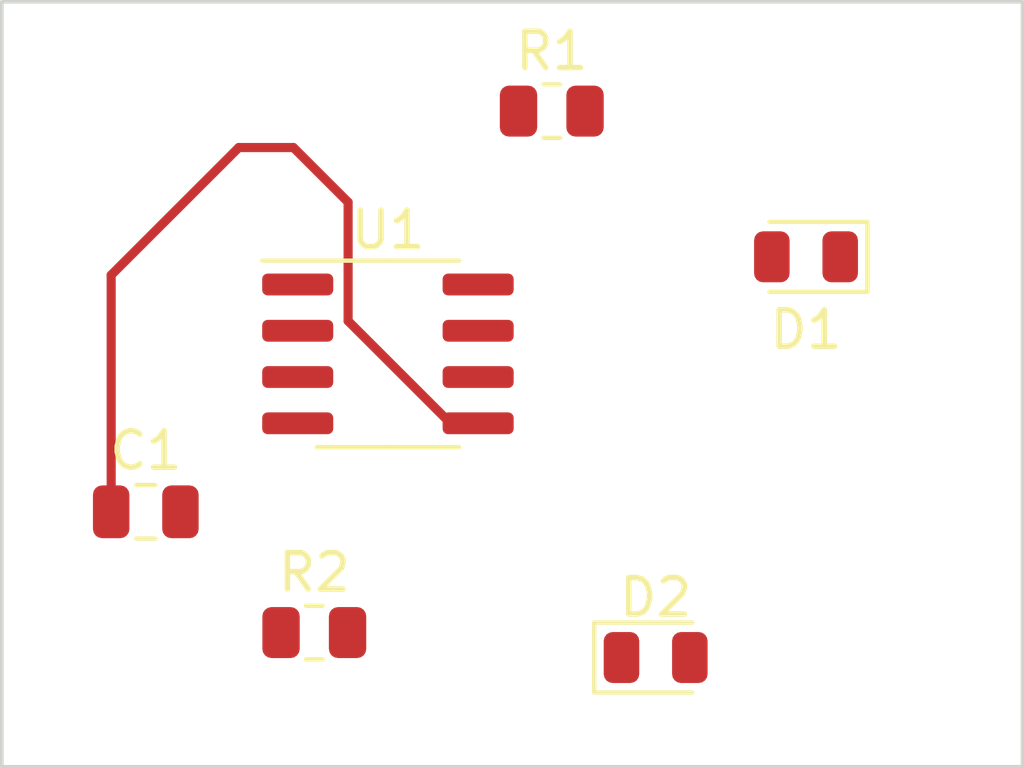
<source format=kicad_pcb>
(kicad_pcb (version 20240108) (generator "pcbnew") (generator_version "8.0")
  (layers (0 "F.Cu" signal) (31 "B.Cu" signal) (34 "B.Paste" user) (35 "F.Paste" user) (36 "B.SilkS" user "B.Silkscreen") (37 "F.SilkS" user "F.Silkscreen") (38 "B.Mask" user) (39 "F.Mask" user) (44 "Edge.Cuts" user))
  (net 0 "")
  (net 1 "Net-(U1-CV)")
  (net 2 "GND")
  (net 3 "Net-(D1-K)")
  (net 4 "Net-(D1-A)")
  (net 5 "Net-(D2-K)")
  (net 6 "VCC")
  (net 8 "Net-(U1-DIS)")
  (footprint "Capacitor_SMD:C_0805_2012Metric" (layer "F.Cu") (at 19.95 28)
    (property "Reference" "C1" (at 0 -1.68 0) (layer "F.SilkS"))
    (property "Value" "C")
    (fp_line (start -0.261252 -0.735) (end 0.261252 -0.735) (stroke (width 0.12)) (layer "F.SilkS"))
    (fp_line (start -0.261252 0.735) (end 0.261252 0.735) (stroke (width 0.12)) (layer "F.SilkS"))
    (pad "1" smd roundrect (at -0.95 0) (size 1 1.45) (layers "F.Cu" "F.Paste" "F.Mask") (net 1 "Net-(U1-CV)"))
    (pad "2" smd roundrect (at 0.95 0) (size 1 1.45) (layers "F.Cu" "F.Paste" "F.Mask") (net 2 "GND"))
  )
  (footprint "Resistor_SMD:R_0805_2012Metric" (layer "F.Cu") (at 31.0875 17)
    (property "Reference" "R1" (at 0 -1.65 0) (layer "F.SilkS"))
    (property "Value" "R")
    (fp_line (start -0.227064 -0.735) (end 0.227064 -0.735) (stroke (width 0.12)) (layer "F.SilkS"))
    (fp_line (start -0.227064 0.735) (end 0.227064 0.735) (stroke (width 0.12)) (layer "F.SilkS"))
    (pad "1" smd roundrect (at -0.9125 0) (size 1.025 1.4) (layers "F.Cu" "F.Paste" "F.Mask") (roundrect_rratio 0.243902) (net 4 "Net-(D1-A)"))
    (pad "2" smd roundrect (at 0.9125 0) (size 1.025 1.4) (layers "F.Cu" "F.Paste" "F.Mask") (roundrect_rratio 0.243902) (net 6 "VCC"))
  )
  (footprint "Package_SO:SOIC-8_3.9x4.9mm_P1.27mm" (layer "F.Cu") (at 26.5925 23.665)
    (property "Reference" "U1" (at 0 -3.4 0) (layer "F.SilkS"))
    (property "Value" "LM555xM")
    (fp_line (start 0 -2.56) (end -3.45 -2.56) (stroke (width 0.12)) (layer "F.SilkS"))
    (fp_line (start 0 -2.56) (end 1.95 -2.56) (stroke (width 0.12)) (layer "F.SilkS"))
    (fp_line (start 0 2.56) (end -1.95 2.56) (stroke (width 0.12)) (layer "F.SilkS"))
    (fp_line (start 0 2.56) (end 1.95 2.56) (stroke (width 0.12)) (layer "F.SilkS"))
    (pad "1" smd roundrect (at -2.475 -1.905) (size 1.95 0.6) (layers "F.Cu" "F.Paste" "F.Mask") (net 2 "GND"))
    (pad "2" smd roundrect (at -2.475 -0.635) (size 1.95 0.6) (layers "F.Cu" "F.Paste" "F.Mask"))
    (pad "3" smd roundrect (at -2.475 0.635) (size 1.95 0.6) (layers "F.Cu" "F.Paste" "F.Mask") (net 3 "Net-(D1-K)"))
    (pad "4" smd roundrect (at -2.475 1.905) (size 1.95 0.6) (layers "F.Cu" "F.Paste" "F.Mask") (net 6 "VCC"))
    (pad "5" smd roundrect (at 2.475 1.905) (size 1.95 0.6) (layers "F.Cu" "F.Paste" "F.Mask") (net 1 "Net-(U1-CV)"))
    (pad "6" smd roundrect (at 2.475 0.635) (size 1.95 0.6) (layers "F.Cu" "F.Paste" "F.Mask") (net 8 "Net-(U1-DIS)"))
    (pad "7" smd roundrect (at 2.475 -0.635) (size 1.95 0.6) (layers "F.Cu" "F.Paste" "F.Mask") (net 8 "Net-(U1-DIS)"))
    (pad "8" smd roundrect (at 2.475 -1.905) (size 1.95 0.6) (layers "F.Cu" "F.Paste" "F.Mask") (net 6 "VCC"))
  )
  (footprint "Resistor_SMD:R_0805_2012Metric" (layer "F.Cu") (at 24.5725 31.315)
    (property "Reference" "R2" (at 0 -1.65 0) (layer "F.SilkS"))
    (property "Value" "R")
    (fp_line (start -0.227064 -0.735) (end 0.227064 -0.735) (stroke (width 0.12)) (layer "F.SilkS"))
    (fp_line (start -0.227064 0.735) (end 0.227064 0.735) (stroke (width 0.12)) (layer "F.SilkS"))
    (pad "1" smd roundrect (at -0.9125 0) (size 1.025 1.4) (layers "F.Cu" "F.Paste" "F.Mask") (roundrect_rratio 0.243902) (net 2 "GND"))
    (pad "2" smd roundrect (at 0.9125 0) (size 1.025 1.4) (layers "F.Cu" "F.Paste" "F.Mask") (roundrect_rratio 0.243902) (net 5 "Net-(D2-K)"))
  )
  (footprint "LED_SMD:LED_0805_2012Metric" (layer "F.Cu") (at 33.9375 32)
    (property "Reference" "D2" (at 0 -1.65 0) (layer "F.SilkS"))
    (property "Value" "LED")
    (fp_line (start -1.685 -0.96) (end -1.685 0.96) (stroke (width 0.12)) (layer "F.SilkS"))
    (fp_line (start -1.685 0.96) (end 1 0.96) (stroke (width 0.12)) (layer "F.SilkS"))
    (fp_line (start 1 -0.96) (end -1.685 -0.96) (stroke (width 0.12)) (layer "F.SilkS"))
    (pad "1" smd roundrect (at -0.9375 0) (size 0.975 1.4) (layers "F.Cu" "F.Paste" "F.Mask") (net 5 "Net-(D2-K)"))
    (pad "2" smd roundrect (at 0.9375 0) (size 0.975 1.4) (layers "F.Cu" "F.Paste" "F.Mask") (net 3 "Net-(D1-K)"))
  )
  (footprint "LED_SMD:LED_0805_2012Metric" (layer "F.Cu") (at 38.0625 21 180)
    (property "Reference" "D1" (at 0 -2 0) (layer "F.SilkS"))
    (property "Value" "LED")
    (fp_line (start 1 -0.96) (end -1.685 -0.96) (stroke (width 0.12)) (layer "F.SilkS"))
    (fp_line (start -1.685 0.96) (end 1 0.96) (stroke (width 0.12)) (layer "F.SilkS"))
    (fp_line (start -1.685 -0.96) (end -1.685 0.96) (stroke (width 0.12)) (layer "F.SilkS"))
    (pad "1" smd roundrect (at -0.9375 0 180) (size 0.975 1.4) (layers "F.Cu" "F.Paste" "F.Mask") (net 3 "Net-(D1-K)"))
    (pad "2" smd roundrect (at 0.9375 0 180) (size 0.975 1.4) (layers "F.Cu" "F.Paste" "F.Mask") (net 4 "Net-(D1-A)"))
  )
  (gr_rect (start 16 14) (end 44 35) (stroke (width 0.1)) (fill none) (layer "Edge.Cuts"))
  (segment (start 29.0675 25.57) (end 28.308408 25.57) (width 0.25) (layer "F.Cu") (net 1))
  (segment (start 25.5 22.761592) (end 25.5 19.5) (width 0.25) (layer "F.Cu") (net 1))
  (segment (start 19 21.5) (end 19 28) (width 0.25) (layer "F.Cu") (net 1))
  (segment (start 28.308408 25.57) (end 25.5 22.761592) (width 0.25) (layer "F.Cu") (net 1))
  (segment (start 22.5 18) (end 19 21.5) (width 0.25) (layer "F.Cu") (net 1))
  (segment (start 24 18) (end 22.5 18) (width 0.25) (layer "F.Cu") (net 1))
  (segment (start 25.5 19.5) (end 24 18) (width 0.25) (layer "F.Cu") (net 1))
  (segment (start 23.66 30.76) (end 23.66 31.315) (width 0.25) (layer "F.Cu") (net 2))
)
</source>
